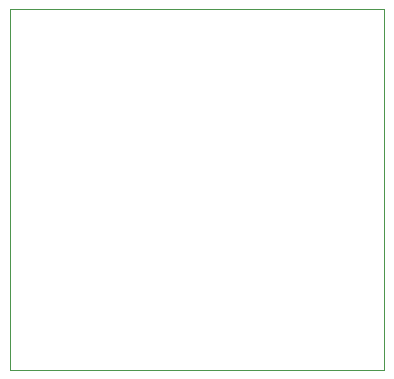
<source format=gbr>
%TF.GenerationSoftware,KiCad,Pcbnew,9.0.2*%
%TF.CreationDate,2025-06-04T21:23:03+09:00*%
%TF.ProjectId,rp2350-motor-board,72703233-3530-42d6-9d6f-746f722d626f,rev?*%
%TF.SameCoordinates,Original*%
%TF.FileFunction,Profile,NP*%
%FSLAX46Y46*%
G04 Gerber Fmt 4.6, Leading zero omitted, Abs format (unit mm)*
G04 Created by KiCad (PCBNEW 9.0.2) date 2025-06-04 21:23:03*
%MOMM*%
%LPD*%
G01*
G04 APERTURE LIST*
%TA.AperFunction,Profile*%
%ADD10C,0.050000*%
%TD*%
G04 APERTURE END LIST*
D10*
X635000Y30500000D02*
X32365000Y30500000D01*
X32365000Y0D01*
X635000Y0D01*
X635000Y30500000D01*
M02*

</source>
